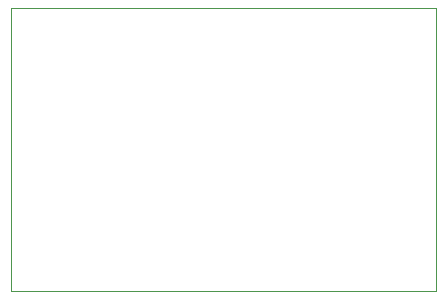
<source format=gbr>
%TF.GenerationSoftware,KiCad,Pcbnew,7.0.9*%
%TF.CreationDate,2025-01-19T19:17:31+09:00*%
%TF.ProjectId,07-OpenMV,30372d4f-7065-46e4-9d56-2e6b69636164,rev?*%
%TF.SameCoordinates,Original*%
%TF.FileFunction,Profile,NP*%
%FSLAX46Y46*%
G04 Gerber Fmt 4.6, Leading zero omitted, Abs format (unit mm)*
G04 Created by KiCad (PCBNEW 7.0.9) date 2025-01-19 19:17:31*
%MOMM*%
%LPD*%
G01*
G04 APERTURE LIST*
%TA.AperFunction,Profile*%
%ADD10C,0.100000*%
%TD*%
G04 APERTURE END LIST*
D10*
X98000000Y-80000000D02*
X134000000Y-80000000D01*
X134000000Y-104000000D01*
X98000000Y-104000000D01*
X98000000Y-80000000D01*
M02*

</source>
